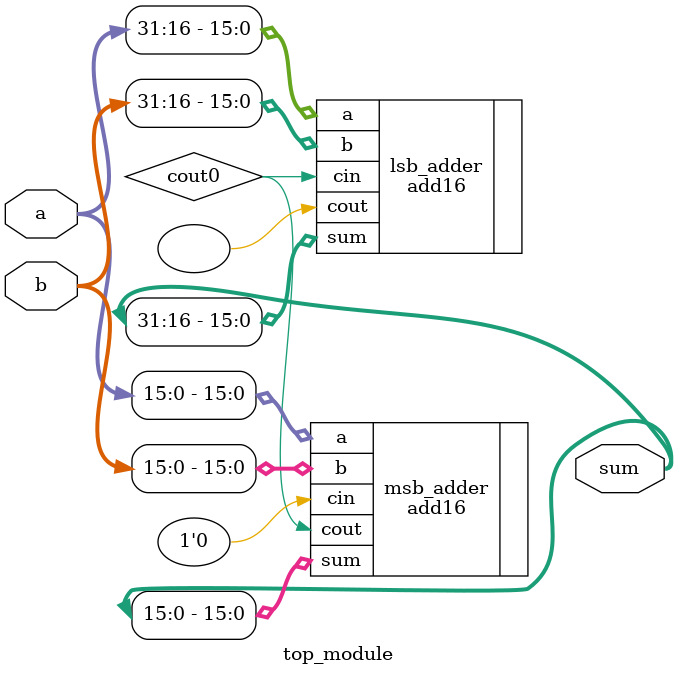
<source format=v>
module top_module(
    input [31:0] a,
    input [31:0] b,
    output [31:0] sum
);
    wire cout0;

    add16 msb_adder (
        .a(a[15:0]),
        .b(b[15:0]),
        .cin(1'b0),
        .cout(cout0),
        .sum(sum[15:0])
    );

    add16 lsb_adder (
        .a(a[31:16]),
        .b(b[31:16]),
        .cin(cout0),
        .cout(),
        .sum(sum[31:16])
    );

endmodule

</source>
